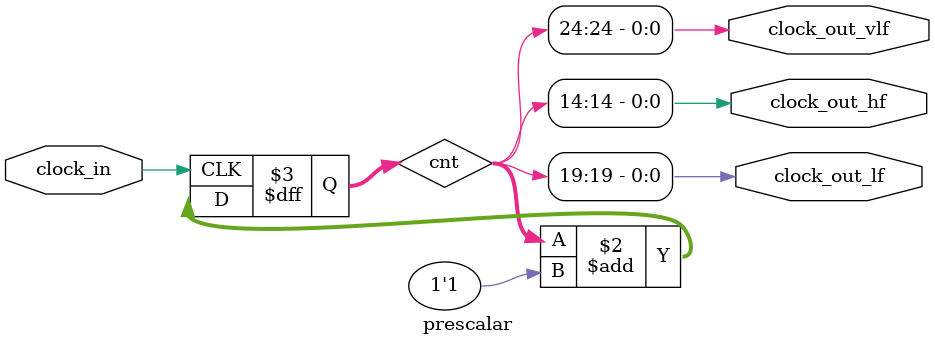
<source format=sv>
module prescalar(
  input   logic   clock_in,       // 50 MHz
  output  logic   clock_out_vlf,  // 1.5 Hz   (very low freq)
  output  logic   clock_out_lf,   // 50 Hz    (low freq)
  output  logic   clock_out_hf    // 1.5 kHz  (high freq)
);

  logic [24:0] cnt;

  assign clock_out_vlf = cnt[24];
  assign clock_out_lf  = cnt[19];
  assign clock_out_hf  = cnt[14];

  always_ff @ (posedge clock_in)
    cnt <= cnt + 1'b1;

endmodule

</source>
